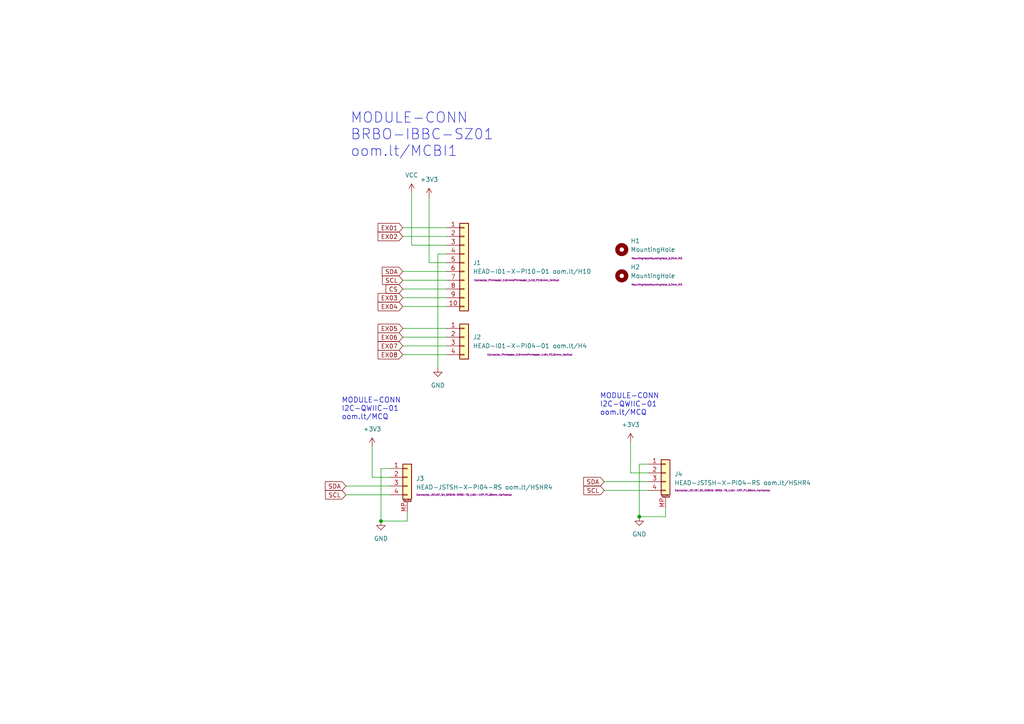
<source format=kicad_sch>
(kicad_sch (version 20211123) (generator eeschema)
  (paper "A4")
  (lib_symbols
    (symbol "Connector_Generic:Conn_01x04" (pin_names (offset 1.016) hide)
      (property "Reference" "J" (at 0 5.08 0))
      (property "Value" "Conn_01x04" (at 0 -7.62 0))
      (symbol "Conn_01x04_1_1"
        (rectangle (start -1.27 -4.953) (end 0 -5.207) (stroke (width 0.1524)))
        (rectangle (start -1.27 -2.413) (end 0 -2.667) (stroke (width 0.1524)))
        (rectangle (start -1.27 0.127) (end 0 -0.127) (stroke (width 0.1524)))
        (rectangle (start -1.27 2.667) (end 0 2.413) (stroke (width 0.1524)))
        (rectangle (start -1.27 3.81) (end 1.27 -6.35) (stroke (width 0.254)) (fill (type background)))
        (pin passive line (at -5.08 2.54 0) (length 3.81) (name "Pin_1") (number "1"))
        (pin passive line (at -5.08 0 0) (length 3.81) (name "Pin_2") (number "2"))
        (pin passive line (at -5.08 -2.54 0) (length 3.81) (name "Pin_3") (number "3"))
        (pin passive line (at -5.08 -5.08 0) (length 3.81) (name "Pin_4") (number "4"))
      )
    )
    (symbol "Connector_Generic:Conn_01x10" (pin_names (offset 1.016) hide)
      (property "Reference" "J" (at 0 12.7 0))
      (property "Value" "Conn_01x10" (at 0 -15.24 0))
      (symbol "Conn_01x10_1_1"
        (rectangle (start -1.27 -12.573) (end 0 -12.827) (stroke (width 0.1524)))
        (rectangle (start -1.27 -10.033) (end 0 -10.287) (stroke (width 0.1524)))
        (rectangle (start -1.27 -7.493) (end 0 -7.747) (stroke (width 0.1524)))
        (rectangle (start -1.27 -4.953) (end 0 -5.207) (stroke (width 0.1524)))
        (rectangle (start -1.27 -2.413) (end 0 -2.667) (stroke (width 0.1524)))
        (rectangle (start -1.27 0.127) (end 0 -0.127) (stroke (width 0.1524)))
        (rectangle (start -1.27 2.667) (end 0 2.413) (stroke (width 0.1524)))
        (rectangle (start -1.27 5.207) (end 0 4.953) (stroke (width 0.1524)))
        (rectangle (start -1.27 7.747) (end 0 7.493) (stroke (width 0.1524)))
        (rectangle (start -1.27 10.287) (end 0 10.033) (stroke (width 0.1524)))
        (rectangle (start -1.27 11.43) (end 1.27 -13.97) (stroke (width 0.254)) (fill (type background)))
        (pin passive line (at -5.08 10.16 0) (length 3.81) (name "Pin_1") (number "1"))
        (pin passive line (at -5.08 -12.7 0) (length 3.81) (name "Pin_10") (number "10"))
        (pin passive line (at -5.08 7.62 0) (length 3.81) (name "Pin_2") (number "2"))
        (pin passive line (at -5.08 5.08 0) (length 3.81) (name "Pin_3") (number "3"))
        (pin passive line (at -5.08 2.54 0) (length 3.81) (name "Pin_4") (number "4"))
        (pin passive line (at -5.08 0 0) (length 3.81) (name "Pin_5") (number "5"))
        (pin passive line (at -5.08 -2.54 0) (length 3.81) (name "Pin_6") (number "6"))
        (pin passive line (at -5.08 -5.08 0) (length 3.81) (name "Pin_7") (number "7"))
        (pin passive line (at -5.08 -7.62 0) (length 3.81) (name "Pin_8") (number "8"))
        (pin passive line (at -5.08 -10.16 0) (length 3.81) (name "Pin_9") (number "9"))
      )
    )
    (symbol "Connector_Generic_MountingPin:Conn_01x04_MountingPin" (pin_names (offset 1.016) hide)
      (property "Reference" "J" (at 0 5.08 0))
      (property "Value" "Conn_01x04_MountingPin" (at 1.27 -7.62 0))
      (symbol "Conn_01x04_MountingPin_1_1"
        (rectangle (start -1.27 -4.953) (end 0 -5.207) (stroke (width 0.1524)))
        (rectangle (start -1.27 -2.413) (end 0 -2.667) (stroke (width 0.1524)))
        (rectangle (start -1.27 0.127) (end 0 -0.127) (stroke (width 0.1524)))
        (rectangle (start -1.27 2.667) (end 0 2.413) (stroke (width 0.1524)))
        (rectangle (start -1.27 3.81) (end 1.27 -6.35) (stroke (width 0.254)) (fill (type background)))
        (polyline (pts (xy -1.016 -7.112) (xy 1.016 -7.112)) (stroke (width 0.1524)))
        (text "Mounting" (at 0 -6.731 0) (effects (font (size 0.381 0.381))))
        (pin passive line (at -5.08 2.54 0) (length 3.81) (name "Pin_1") (number "1"))
        (pin passive line (at -5.08 0 0) (length 3.81) (name "Pin_2") (number "2"))
        (pin passive line (at -5.08 -2.54 0) (length 3.81) (name "Pin_3") (number "3"))
        (pin passive line (at -5.08 -5.08 0) (length 3.81) (name "Pin_4") (number "4"))
        (pin passive line (at 0 -10.16 90) (length 3.048) (name "MountPin") (number "MP"))
      )
    )
    (symbol "Mechanical:MountingHole" (pin_names (offset 1.016))
      (property "Reference" "H" (at 0 5.08 0))
      (property "Value" "MountingHole" (at 0 3.175 0))
      (symbol "MountingHole_0_1"
        (circle (center 0 0) (radius 1.27) (stroke (width 1.27)))
      )
    )
    (symbol "power:+3V3" (power) (pin_names (offset 0))
      (property "Value" "+3V3" (at 0 3.556 0))
      (symbol "+3V3_0_1"
        (polyline (pts (xy -0.762 1.27) (xy 0 2.54)))
        (polyline (pts (xy 0 0) (xy 0 2.54)))
        (polyline (pts (xy 0 2.54) (xy 0.762 1.27)))
      )
      (symbol "+3V3_1_1"
        (pin power_in line (at 0 0 90) (length 0) hide (name "+3V3") (number "1"))
      )
    )
    (symbol "power:GND" (power) (pin_names (offset 0))
      (property "Value" "GND" (at 0 -3.81 0))
      (symbol "GND_0_1"
        (polyline (pts (xy 0 0) (xy 0 -1.27) (xy 1.27 -1.27) (xy 0 -2.54) (xy -1.27 -1.27) (xy 0 -1.27)))
      )
      (symbol "GND_1_1"
        (pin power_in line (at 0 0 270) (length 0) hide (name "GND") (number "1"))
      )
    )
    (symbol "power:VCC" (power) (pin_names (offset 0))
      (property "Value" "VCC" (at 0 3.81 0))
      (symbol "VCC_0_1"
        (polyline (pts (xy -0.762 1.27) (xy 0 2.54)))
        (polyline (pts (xy 0 0) (xy 0 2.54)))
        (polyline (pts (xy 0 2.54) (xy 0.762 1.27)))
      )
      (symbol "VCC_1_1"
        (pin power_in line (at 0 0 90) (length 0) hide (name "VCC") (number "1"))
      )
    )
  )
  (junction (at 110.49 151.13))
  (junction (at 185.42 149.86))
  (wire (pts (xy 113.03 135.89) (xy 110.49 135.89)))
  (wire (pts (xy 100.33 140.97) (xy 113.03 140.97)))
  (wire (pts (xy 185.42 149.86) (xy 193.04 149.86)))
  (wire (pts (xy 100.33 143.51) (xy 113.03 143.51)))
  (wire (pts (xy 113.03 138.43) (xy 107.95 138.43)))
  (wire (pts (xy 116.84 81.28) (xy 129.54 81.28)))
  (wire (pts (xy 175.26 142.24) (xy 187.96 142.24)))
  (wire (pts (xy 116.84 100.33) (xy 129.54 100.33)))
  (wire (pts (xy 116.84 102.87) (xy 129.54 102.87)))
  (wire (pts (xy 116.84 83.82) (xy 129.54 83.82)))
  (wire (pts (xy 116.84 66.04) (xy 129.54 66.04)))
  (wire (pts (xy 185.42 134.62) (xy 185.42 149.86)))
  (wire (pts (xy 127 73.66) (xy 127 106.68)))
  (wire (pts (xy 124.46 57.15) (xy 124.46 76.2)))
  (wire (pts (xy 129.54 71.12) (xy 119.38 71.12)))
  (wire (pts (xy 118.11 148.59) (xy 118.11 151.13)))
  (wire (pts (xy 116.84 68.58) (xy 129.54 68.58)))
  (wire (pts (xy 116.84 78.74) (xy 129.54 78.74)))
  (wire (pts (xy 193.04 147.32) (xy 193.04 149.86)))
  (wire (pts (xy 107.95 129.54) (xy 107.95 138.43)))
  (wire (pts (xy 129.54 76.2) (xy 124.46 76.2)))
  (wire (pts (xy 119.38 55.88) (xy 119.38 71.12)))
  (wire (pts (xy 110.49 151.13) (xy 118.11 151.13)))
  (wire (pts (xy 116.84 97.79) (xy 129.54 97.79)))
  (wire (pts (xy 187.96 137.16) (xy 182.88 137.16)))
  (wire (pts (xy 110.49 135.89) (xy 110.49 151.13)))
  (wire (pts (xy 116.84 88.9) (xy 129.54 88.9)))
  (wire (pts (xy 116.84 95.25) (xy 129.54 95.25)))
  (wire (pts (xy 116.84 86.36) (xy 129.54 86.36)))
  (wire (pts (xy 187.96 134.62) (xy 185.42 134.62)))
  (wire (pts (xy 129.54 73.66) (xy 127 73.66)))
  (wire (pts (xy 182.88 128.27) (xy 182.88 137.16)))
  (wire (pts (xy 175.26 139.7) (xy 187.96 139.7)))
  (text "MODULE-CONN\nBRBO-IBBC-SZ01\noom.lt/MCBI1" (at 101.6 45.72 0) (effects (font (size 3 3)) (justify left bottom)))
  (text "MODULE-CONN\nI2C-QWIIC-01\noom.lt/MCQ" (at 99.06 121.92 0) (effects (font (size 1.5 1.5)) (justify left bottom)))
  (text "MODULE-CONN\nI2C-QWIIC-01\noom.lt/MCQ" (at 173.99 120.65 0) (effects (font (size 1.5 1.5)) (justify left bottom)))
  (global_label "EX08" (shape input) (at 116.84 102.87 180) (property "Intersheet References" "${INTERSHEET_REFS}" (effects hide)))
  (global_label "EX01" (shape input) (at 116.84 66.04 180) (property "Intersheet References" "${INTERSHEET_REFS}" (effects hide)))
  (global_label "SCL" (shape input) (at 116.84 81.28 180) (property "Intersheet References" "${INTERSHEET_REFS}" (effects hide)))
  (global_label "EX05" (shape input) (at 116.84 95.25 180) (property "Intersheet References" "${INTERSHEET_REFS}" (effects hide)))
  (global_label "SDA" (shape input) (at 100.33 140.97 180) (property "Intersheet References" "${INTERSHEET_REFS}" (effects hide)))
  (global_label "EX02" (shape input) (at 116.84 68.58 180) (property "Intersheet References" "${INTERSHEET_REFS}" (effects hide)))
  (global_label "CS" (shape input) (at 116.84 83.82 180) (property "Intersheet References" "${INTERSHEET_REFS}" (effects hide)))
  (global_label "SDA" (shape input) (at 116.84 78.74 180) (property "Intersheet References" "${INTERSHEET_REFS}" (effects hide)))
  (global_label "EX03" (shape input) (at 116.84 86.36 180) (property "Intersheet References" "${INTERSHEET_REFS}" (effects hide)))
  (global_label "SCL" (shape input) (at 175.26 142.24 180) (property "Intersheet References" "${INTERSHEET_REFS}" (effects hide)))
  (global_label "EX07" (shape input) (at 116.84 100.33 180) (property "Intersheet References" "${INTERSHEET_REFS}" (effects hide)))
  (global_label "EX06" (shape input) (at 116.84 97.79 180) (property "Intersheet References" "${INTERSHEET_REFS}" (effects hide)))
  (global_label "SDA" (shape input) (at 175.26 139.7 180) (property "Intersheet References" "${INTERSHEET_REFS}" (effects hide)))
  (global_label "SCL" (shape input) (at 100.33 143.51 180) (property "Intersheet References" "${INTERSHEET_REFS}" (effects hide)))
  (global_label "EX04" (shape input) (at 116.84 88.9 180) (property "Intersheet References" "${INTERSHEET_REFS}" (effects hide)))
  (symbol (lib_id "Connector_Generic_MountingPin:Conn_01x04_MountingPin") (at 193.04 137.16 0) (unit 1)
    (property "Reference" "J4" (at 195.58 137.5155 0) (effects (justify left)))
    (property "Value" "HEAD-JSTSH-X-PI04-RS oom.lt/HSHR4" (at 195.58 140.0555 0) (effects (justify left)))
    (property "Footprint" "Connector_JST:JST_SH_SM04B-SRSS-TB_1x04-1MP_P1.00mm_Horizontal" (at 209.55 142.24 0) (effects (font (size 0.5 0.5))))
    (property "Datasheet" "https://github.com/oomlout/oomlout_OOMP_parts/tree/main/HEAD-JSTSH-X-PI04-RS/datasheet.pdf" (effects hide))
  )
  (symbol (lib_id "power:GND") (at 110.49 151.13 0) (unit 1)
    (property "Reference" "#PWR0104" (effects hide))
    (property "Value" "GND" (at 110.49 156.21 0))
  )
  (symbol (lib_id "power:+3V3") (at 124.46 57.15 0) (unit 1)
    (property "Reference" "#PWR0101" (effects hide))
    (property "Value" "+3V3" (at 124.46 52.07 0))
  )
  (symbol (lib_id "power:GND") (at 127 106.68 0) (unit 1)
    (property "Reference" "#PWR0105" (effects hide))
    (property "Value" "GND" (at 127 111.76 0))
  )
  (symbol (lib_id "power:VCC") (at 119.38 55.88 0) (unit 1)
    (property "Reference" "#PWR0102" (effects hide))
    (property "Value" "VCC" (at 119.38 50.8 0))
  )
  (symbol (lib_id "power:GND") (at 185.42 149.86 0) (unit 1)
    (property "Reference" "#PWR0107" (effects hide))
    (property "Value" "GND" (at 185.42 154.94 0))
  )
  (symbol (lib_id "power:+3V3") (at 107.95 129.54 0) (unit 1)
    (property "Reference" "#PWR0103" (effects hide))
    (property "Value" "+3V3" (at 107.95 124.46 0))
  )
  (symbol (lib_id "Connector_Generic:Conn_01x04") (at 134.62 97.79 0) (unit 1)
    (property "Reference" "J2" (at 137.16 97.7899 0) (effects (justify left)))
    (property "Value" "HEAD-I01-X-PI04-01 oom.lt/H4" (at 137.16 100.3299 0) (effects (justify left)))
    (property "Footprint" "Connector_PinHeader_2.54mm:PinHeader_1x04_P2.54mm_Vertical" (at 153.67 102.87 0) (effects (font (size 0.5 0.5))))
    (property "Datasheet" "https://github.com/oomlout/oomlout_OOMP_parts/tree/main/HEAD-I01-X-PI04-01/datasheet.pdf" (effects hide))
  )
  (symbol (lib_id "Mechanical:MountingHole") (at 180.34 80.01 0) (unit 1)
    (property "Reference" "H2" (at 182.88 77.47 0) (effects (justify left)))
    (property "Value" "MountingHole" (at 182.88 80.01 0) (effects (justify left)))
    (property "Footprint" "MountingHole:MountingHole_3.2mm_M3" (at 190.5 82.5501 0) (effects (font (size 0.5 0.5))))
  )
  (symbol (lib_id "Connector_Generic_MountingPin:Conn_01x04_MountingPin") (at 118.11 138.43 0) (unit 1)
    (property "Reference" "J3" (at 120.65 138.7855 0) (effects (justify left)))
    (property "Value" "HEAD-JSTSH-X-PI04-RS oom.lt/HSHR4" (at 120.65 141.3255 0) (effects (justify left)))
    (property "Footprint" "Connector_JST:JST_SH_SM04B-SRSS-TB_1x04-1MP_P1.00mm_Horizontal" (at 134.62 143.51 0) (effects (font (size 0.5 0.5))))
    (property "Datasheet" "https://github.com/oomlout/oomlout_OOMP_parts/tree/main/HEAD-JSTSH-X-PI04-RS/datasheet.pdf" (effects hide))
  )
  (symbol (lib_id "power:+3V3") (at 182.88 128.27 0) (unit 1)
    (property "Reference" "#PWR0106" (effects hide))
    (property "Value" "+3V3" (at 182.88 123.19 0))
  )
  (symbol (lib_id "Mechanical:MountingHole") (at 180.34 72.39 0) (unit 1)
    (property "Reference" "H1" (at 182.88 69.85 0) (effects (justify left)))
    (property "Value" "MountingHole" (at 182.88 72.39 0) (effects (justify left)))
    (property "Footprint" "MountingHole:MountingHole_3.2mm_M3" (at 190.5 74.9301 0) (effects (font (size 0.5 0.5))))
  )
  (symbol (lib_id "Connector_Generic:Conn_01x10") (at 134.62 76.2 0) (unit 1)
    (property "Reference" "J1" (at 137.16 76.1999 0) (effects (justify left)))
    (property "Value" "HEAD-I01-X-PI10-01 oom.lt/H10" (at 137.16 78.7399 0) (effects (justify left)))
    (property "Footprint" "Connector_PinHeader_2.54mm:PinHeader_1x10_P2.54mm_Vertical" (at 149.86 81.28 0) (effects (font (size 0.5 0.5))))
    (property "Datasheet" "https://github.com/oomlout/oomlout_OOMP_parts/tree/main/HEAD-I01-X-PI10-01/datasheet.pdf" (effects hide))
  )
)
</source>
